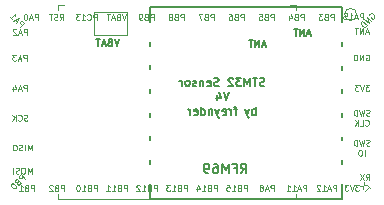
<source format=gbr>
G04 #@! TF.GenerationSoftware,KiCad,Pcbnew,5.0.0-rc2-unknown-a288d61~65~ubuntu18.04.1*
G04 #@! TF.CreationDate,2018-06-25T10:32:51+02:00*
G04 #@! TF.ProjectId,STM32_Sensor_V4,53544D33325F53656E736F725F56342E,rev?*
G04 #@! TF.SameCoordinates,Original*
G04 #@! TF.FileFunction,Legend,Bot*
G04 #@! TF.FilePolarity,Positive*
%FSLAX46Y46*%
G04 Gerber Fmt 4.6, Leading zero omitted, Abs format (unit mm)*
G04 Created by KiCad (PCBNEW 5.0.0-rc2-unknown-a288d61~65~ubuntu18.04.1) date Mon Jun 25 10:32:51 2018*
%MOMM*%
%LPD*%
G01*
G04 APERTURE LIST*
%ADD10C,0.200000*%
%ADD11C,0.150000*%
%ADD12C,0.175000*%
%ADD13C,0.100000*%
%ADD14C,0.203200*%
%ADD15C,0.120000*%
G04 APERTURE END LIST*
D10*
X148888285Y-106533904D02*
X149154952Y-106152952D01*
X149345428Y-106533904D02*
X149345428Y-105733904D01*
X149040666Y-105733904D01*
X148964476Y-105772000D01*
X148926380Y-105810095D01*
X148888285Y-105886285D01*
X148888285Y-106000571D01*
X148926380Y-106076761D01*
X148964476Y-106114857D01*
X149040666Y-106152952D01*
X149345428Y-106152952D01*
X148278761Y-106114857D02*
X148545428Y-106114857D01*
X148545428Y-106533904D02*
X148545428Y-105733904D01*
X148164476Y-105733904D01*
X147859714Y-106533904D02*
X147859714Y-105733904D01*
X147593047Y-106305333D01*
X147326380Y-105733904D01*
X147326380Y-106533904D01*
X146602571Y-105733904D02*
X146754952Y-105733904D01*
X146831142Y-105772000D01*
X146869238Y-105810095D01*
X146945428Y-105924380D01*
X146983523Y-106076761D01*
X146983523Y-106381523D01*
X146945428Y-106457714D01*
X146907333Y-106495809D01*
X146831142Y-106533904D01*
X146678761Y-106533904D01*
X146602571Y-106495809D01*
X146564476Y-106457714D01*
X146526380Y-106381523D01*
X146526380Y-106191047D01*
X146564476Y-106114857D01*
X146602571Y-106076761D01*
X146678761Y-106038666D01*
X146831142Y-106038666D01*
X146907333Y-106076761D01*
X146945428Y-106114857D01*
X146983523Y-106191047D01*
X146145428Y-106533904D02*
X145993047Y-106533904D01*
X145916857Y-106495809D01*
X145878761Y-106457714D01*
X145802571Y-106343428D01*
X145764476Y-106191047D01*
X145764476Y-105886285D01*
X145802571Y-105810095D01*
X145840666Y-105772000D01*
X145916857Y-105733904D01*
X146069238Y-105733904D01*
X146145428Y-105772000D01*
X146183523Y-105810095D01*
X146221619Y-105886285D01*
X146221619Y-106076761D01*
X146183523Y-106152952D01*
X146145428Y-106191047D01*
X146069238Y-106229142D01*
X145916857Y-106229142D01*
X145840666Y-106191047D01*
X145802571Y-106152952D01*
X145764476Y-106076761D01*
D11*
X150985714Y-95680000D02*
X150700000Y-95680000D01*
X151042857Y-95851428D02*
X150842857Y-95251428D01*
X150642857Y-95851428D01*
X150442857Y-95851428D02*
X150442857Y-95251428D01*
X150100000Y-95851428D01*
X150100000Y-95251428D01*
X149900000Y-95251428D02*
X149557142Y-95251428D01*
X149728571Y-95851428D02*
X149728571Y-95251428D01*
D12*
X150886666Y-99134333D02*
X150786666Y-99167666D01*
X150620000Y-99167666D01*
X150553333Y-99134333D01*
X150520000Y-99101000D01*
X150486666Y-99034333D01*
X150486666Y-98967666D01*
X150520000Y-98901000D01*
X150553333Y-98867666D01*
X150620000Y-98834333D01*
X150753333Y-98801000D01*
X150820000Y-98767666D01*
X150853333Y-98734333D01*
X150886666Y-98667666D01*
X150886666Y-98601000D01*
X150853333Y-98534333D01*
X150820000Y-98501000D01*
X150753333Y-98467666D01*
X150586666Y-98467666D01*
X150486666Y-98501000D01*
X150286666Y-98467666D02*
X149886666Y-98467666D01*
X150086666Y-99167666D02*
X150086666Y-98467666D01*
X149653333Y-99167666D02*
X149653333Y-98467666D01*
X149420000Y-98967666D01*
X149186666Y-98467666D01*
X149186666Y-99167666D01*
X148920000Y-98467666D02*
X148486666Y-98467666D01*
X148720000Y-98734333D01*
X148620000Y-98734333D01*
X148553333Y-98767666D01*
X148520000Y-98801000D01*
X148486666Y-98867666D01*
X148486666Y-99034333D01*
X148520000Y-99101000D01*
X148553333Y-99134333D01*
X148620000Y-99167666D01*
X148820000Y-99167666D01*
X148886666Y-99134333D01*
X148920000Y-99101000D01*
X148220000Y-98534333D02*
X148186666Y-98501000D01*
X148120000Y-98467666D01*
X147953333Y-98467666D01*
X147886666Y-98501000D01*
X147853333Y-98534333D01*
X147820000Y-98601000D01*
X147820000Y-98667666D01*
X147853333Y-98767666D01*
X148253333Y-99167666D01*
X147820000Y-99167666D01*
X147020000Y-99134333D02*
X146920000Y-99167666D01*
X146753333Y-99167666D01*
X146686666Y-99134333D01*
X146653333Y-99101000D01*
X146620000Y-99034333D01*
X146620000Y-98967666D01*
X146653333Y-98901000D01*
X146686666Y-98867666D01*
X146753333Y-98834333D01*
X146886666Y-98801000D01*
X146953333Y-98767666D01*
X146986666Y-98734333D01*
X147020000Y-98667666D01*
X147020000Y-98601000D01*
X146986666Y-98534333D01*
X146953333Y-98501000D01*
X146886666Y-98467666D01*
X146720000Y-98467666D01*
X146620000Y-98501000D01*
X146053333Y-99134333D02*
X146120000Y-99167666D01*
X146253333Y-99167666D01*
X146320000Y-99134333D01*
X146353333Y-99067666D01*
X146353333Y-98801000D01*
X146320000Y-98734333D01*
X146253333Y-98701000D01*
X146120000Y-98701000D01*
X146053333Y-98734333D01*
X146020000Y-98801000D01*
X146020000Y-98867666D01*
X146353333Y-98934333D01*
X145720000Y-98701000D02*
X145720000Y-99167666D01*
X145720000Y-98767666D02*
X145686666Y-98734333D01*
X145620000Y-98701000D01*
X145520000Y-98701000D01*
X145453333Y-98734333D01*
X145420000Y-98801000D01*
X145420000Y-99167666D01*
X145120000Y-99134333D02*
X145053333Y-99167666D01*
X144920000Y-99167666D01*
X144853333Y-99134333D01*
X144820000Y-99067666D01*
X144820000Y-99034333D01*
X144853333Y-98967666D01*
X144920000Y-98934333D01*
X145020000Y-98934333D01*
X145086666Y-98901000D01*
X145120000Y-98834333D01*
X145120000Y-98801000D01*
X145086666Y-98734333D01*
X145020000Y-98701000D01*
X144920000Y-98701000D01*
X144853333Y-98734333D01*
X144420000Y-99167666D02*
X144486666Y-99134333D01*
X144520000Y-99101000D01*
X144553333Y-99034333D01*
X144553333Y-98834333D01*
X144520000Y-98767666D01*
X144486666Y-98734333D01*
X144420000Y-98701000D01*
X144320000Y-98701000D01*
X144253333Y-98734333D01*
X144220000Y-98767666D01*
X144186666Y-98834333D01*
X144186666Y-99034333D01*
X144220000Y-99101000D01*
X144253333Y-99134333D01*
X144320000Y-99167666D01*
X144420000Y-99167666D01*
X143886666Y-99167666D02*
X143886666Y-98701000D01*
X143886666Y-98834333D02*
X143853333Y-98767666D01*
X143820000Y-98734333D01*
X143753333Y-98701000D01*
X143686666Y-98701000D01*
X147886666Y-99692666D02*
X147653333Y-100392666D01*
X147420000Y-99692666D01*
X146886666Y-99926000D02*
X146886666Y-100392666D01*
X147053333Y-99659333D02*
X147220000Y-100159333D01*
X146786666Y-100159333D01*
X150136666Y-101617666D02*
X150136666Y-100917666D01*
X150136666Y-101184333D02*
X150070000Y-101151000D01*
X149936666Y-101151000D01*
X149870000Y-101184333D01*
X149836666Y-101217666D01*
X149803333Y-101284333D01*
X149803333Y-101484333D01*
X149836666Y-101551000D01*
X149870000Y-101584333D01*
X149936666Y-101617666D01*
X150070000Y-101617666D01*
X150136666Y-101584333D01*
X149570000Y-101151000D02*
X149403333Y-101617666D01*
X149236666Y-101151000D02*
X149403333Y-101617666D01*
X149470000Y-101784333D01*
X149503333Y-101817666D01*
X149570000Y-101851000D01*
X148536666Y-101151000D02*
X148270000Y-101151000D01*
X148436666Y-101617666D02*
X148436666Y-101017666D01*
X148403333Y-100951000D01*
X148336666Y-100917666D01*
X148270000Y-100917666D01*
X148036666Y-101617666D02*
X148036666Y-101151000D01*
X148036666Y-101284333D02*
X148003333Y-101217666D01*
X147970000Y-101184333D01*
X147903333Y-101151000D01*
X147836666Y-101151000D01*
X147336666Y-101584333D02*
X147403333Y-101617666D01*
X147536666Y-101617666D01*
X147603333Y-101584333D01*
X147636666Y-101517666D01*
X147636666Y-101251000D01*
X147603333Y-101184333D01*
X147536666Y-101151000D01*
X147403333Y-101151000D01*
X147336666Y-101184333D01*
X147303333Y-101251000D01*
X147303333Y-101317666D01*
X147636666Y-101384333D01*
X147070000Y-101151000D02*
X146903333Y-101617666D01*
X146736666Y-101151000D02*
X146903333Y-101617666D01*
X146970000Y-101784333D01*
X147003333Y-101817666D01*
X147070000Y-101851000D01*
X146470000Y-101151000D02*
X146470000Y-101617666D01*
X146470000Y-101217666D02*
X146436666Y-101184333D01*
X146370000Y-101151000D01*
X146270000Y-101151000D01*
X146203333Y-101184333D01*
X146170000Y-101251000D01*
X146170000Y-101617666D01*
X145536666Y-101617666D02*
X145536666Y-100917666D01*
X145536666Y-101584333D02*
X145603333Y-101617666D01*
X145736666Y-101617666D01*
X145803333Y-101584333D01*
X145836666Y-101551000D01*
X145870000Y-101484333D01*
X145870000Y-101284333D01*
X145836666Y-101217666D01*
X145803333Y-101184333D01*
X145736666Y-101151000D01*
X145603333Y-101151000D01*
X145536666Y-101184333D01*
X144936666Y-101584333D02*
X145003333Y-101617666D01*
X145136666Y-101617666D01*
X145203333Y-101584333D01*
X145236666Y-101517666D01*
X145236666Y-101251000D01*
X145203333Y-101184333D01*
X145136666Y-101151000D01*
X145003333Y-101151000D01*
X144936666Y-101184333D01*
X144903333Y-101251000D01*
X144903333Y-101317666D01*
X145236666Y-101384333D01*
X144603333Y-101617666D02*
X144603333Y-101151000D01*
X144603333Y-101284333D02*
X144570000Y-101217666D01*
X144536666Y-101184333D01*
X144470000Y-101151000D01*
X144403333Y-101151000D01*
D11*
X154785714Y-94750000D02*
X154500000Y-94750000D01*
X154842857Y-94921428D02*
X154642857Y-94321428D01*
X154442857Y-94921428D01*
X154242857Y-94921428D02*
X154242857Y-94321428D01*
X153900000Y-94921428D01*
X153900000Y-94321428D01*
X153700000Y-94321428D02*
X153357142Y-94321428D01*
X153528571Y-94921428D02*
X153528571Y-94321428D01*
X138605714Y-95171428D02*
X138405714Y-95771428D01*
X138205714Y-95171428D01*
X137805714Y-95457142D02*
X137720000Y-95485714D01*
X137691428Y-95514285D01*
X137662857Y-95571428D01*
X137662857Y-95657142D01*
X137691428Y-95714285D01*
X137720000Y-95742857D01*
X137777142Y-95771428D01*
X138005714Y-95771428D01*
X138005714Y-95171428D01*
X137805714Y-95171428D01*
X137748571Y-95200000D01*
X137720000Y-95228571D01*
X137691428Y-95285714D01*
X137691428Y-95342857D01*
X137720000Y-95400000D01*
X137748571Y-95428571D01*
X137805714Y-95457142D01*
X138005714Y-95457142D01*
X137434285Y-95600000D02*
X137148571Y-95600000D01*
X137491428Y-95771428D02*
X137291428Y-95171428D01*
X137091428Y-95771428D01*
X136977142Y-95171428D02*
X136634285Y-95171428D01*
X136805714Y-95771428D02*
X136805714Y-95171428D01*
D13*
X159798571Y-104187380D02*
X159727142Y-104211190D01*
X159608095Y-104211190D01*
X159560476Y-104187380D01*
X159536666Y-104163571D01*
X159512857Y-104115952D01*
X159512857Y-104068333D01*
X159536666Y-104020714D01*
X159560476Y-103996904D01*
X159608095Y-103973095D01*
X159703333Y-103949285D01*
X159750952Y-103925476D01*
X159774761Y-103901666D01*
X159798571Y-103854047D01*
X159798571Y-103806428D01*
X159774761Y-103758809D01*
X159750952Y-103735000D01*
X159703333Y-103711190D01*
X159584285Y-103711190D01*
X159512857Y-103735000D01*
X159346190Y-103711190D02*
X159227142Y-104211190D01*
X159131904Y-103854047D01*
X159036666Y-104211190D01*
X158917619Y-103711190D01*
X158727142Y-104211190D02*
X158727142Y-103711190D01*
X158608095Y-103711190D01*
X158536666Y-103735000D01*
X158489047Y-103782619D01*
X158465238Y-103830238D01*
X158441428Y-103925476D01*
X158441428Y-103996904D01*
X158465238Y-104092142D01*
X158489047Y-104139761D01*
X158536666Y-104187380D01*
X158608095Y-104211190D01*
X158727142Y-104211190D01*
X159381904Y-105061190D02*
X159381904Y-104561190D01*
X159048571Y-104561190D02*
X158953333Y-104561190D01*
X158905714Y-104585000D01*
X158858095Y-104632619D01*
X158834285Y-104727857D01*
X158834285Y-104894523D01*
X158858095Y-104989761D01*
X158905714Y-105037380D01*
X158953333Y-105061190D01*
X159048571Y-105061190D01*
X159096190Y-105037380D01*
X159143809Y-104989761D01*
X159167619Y-104894523D01*
X159167619Y-104727857D01*
X159143809Y-104632619D01*
X159096190Y-104585000D01*
X159048571Y-104561190D01*
X141509938Y-93574728D02*
X141509938Y-93074728D01*
X141319462Y-93074728D01*
X141271843Y-93098538D01*
X141248033Y-93122347D01*
X141224224Y-93169966D01*
X141224224Y-93241395D01*
X141248033Y-93289014D01*
X141271843Y-93312823D01*
X141319462Y-93336633D01*
X141509938Y-93336633D01*
X140843271Y-93312823D02*
X140771843Y-93336633D01*
X140748033Y-93360442D01*
X140724224Y-93408061D01*
X140724224Y-93479490D01*
X140748033Y-93527109D01*
X140771843Y-93550918D01*
X140819462Y-93574728D01*
X141009938Y-93574728D01*
X141009938Y-93074728D01*
X140843271Y-93074728D01*
X140795652Y-93098538D01*
X140771843Y-93122347D01*
X140748033Y-93169966D01*
X140748033Y-93217585D01*
X140771843Y-93265204D01*
X140795652Y-93289014D01*
X140843271Y-93312823D01*
X141009938Y-93312823D01*
X140486129Y-93574728D02*
X140390891Y-93574728D01*
X140343271Y-93550918D01*
X140319462Y-93527109D01*
X140271843Y-93455680D01*
X140248033Y-93360442D01*
X140248033Y-93169966D01*
X140271843Y-93122347D01*
X140295652Y-93098538D01*
X140343271Y-93074728D01*
X140438510Y-93074728D01*
X140486129Y-93098538D01*
X140509938Y-93122347D01*
X140533748Y-93169966D01*
X140533748Y-93289014D01*
X140509938Y-93336633D01*
X140486129Y-93360442D01*
X140438510Y-93384252D01*
X140343271Y-93384252D01*
X140295652Y-93360442D01*
X140271843Y-93336633D01*
X140248033Y-93289014D01*
X130823748Y-102082918D02*
X130752319Y-102106728D01*
X130633271Y-102106728D01*
X130585652Y-102082918D01*
X130561843Y-102059109D01*
X130538033Y-102011490D01*
X130538033Y-101963871D01*
X130561843Y-101916252D01*
X130585652Y-101892442D01*
X130633271Y-101868633D01*
X130728510Y-101844823D01*
X130776129Y-101821014D01*
X130799938Y-101797204D01*
X130823748Y-101749585D01*
X130823748Y-101701966D01*
X130799938Y-101654347D01*
X130776129Y-101630538D01*
X130728510Y-101606728D01*
X130609462Y-101606728D01*
X130538033Y-101630538D01*
X130038033Y-102059109D02*
X130061843Y-102082918D01*
X130133271Y-102106728D01*
X130180891Y-102106728D01*
X130252319Y-102082918D01*
X130299938Y-102035299D01*
X130323748Y-101987680D01*
X130347557Y-101892442D01*
X130347557Y-101821014D01*
X130323748Y-101725776D01*
X130299938Y-101678157D01*
X130252319Y-101630538D01*
X130180891Y-101606728D01*
X130133271Y-101606728D01*
X130061843Y-101630538D01*
X130038033Y-101654347D01*
X129823748Y-102106728D02*
X129823748Y-101606728D01*
X129538033Y-102106728D02*
X129752319Y-101821014D01*
X129538033Y-101606728D02*
X129823748Y-101892442D01*
X159732597Y-93143849D02*
X159749433Y-93093341D01*
X159799940Y-93042834D01*
X159867284Y-93009162D01*
X159934627Y-93009162D01*
X159985135Y-93025998D01*
X160069314Y-93076505D01*
X160119822Y-93127013D01*
X160170330Y-93211192D01*
X160187165Y-93261700D01*
X160187165Y-93329043D01*
X160153494Y-93396387D01*
X160119822Y-93430059D01*
X160052478Y-93463730D01*
X160018807Y-93463730D01*
X159900956Y-93345879D01*
X159968299Y-93278536D01*
X159900956Y-93648925D02*
X159547402Y-93295372D01*
X159698925Y-93850956D01*
X159345372Y-93497402D01*
X159530566Y-94019314D02*
X159177013Y-93665761D01*
X159092834Y-93749940D01*
X159059162Y-93817284D01*
X159059162Y-93884627D01*
X159075998Y-93935135D01*
X159126505Y-94019314D01*
X159177013Y-94069822D01*
X159261192Y-94120330D01*
X159311700Y-94137165D01*
X159379043Y-94137165D01*
X159446387Y-94103494D01*
X159530566Y-94019314D01*
X141778033Y-108044728D02*
X141778033Y-107544728D01*
X141587557Y-107544728D01*
X141539938Y-107568538D01*
X141516129Y-107592347D01*
X141492319Y-107639966D01*
X141492319Y-107711395D01*
X141516129Y-107759014D01*
X141539938Y-107782823D01*
X141587557Y-107806633D01*
X141778033Y-107806633D01*
X141111367Y-107782823D02*
X141039938Y-107806633D01*
X141016129Y-107830442D01*
X140992319Y-107878061D01*
X140992319Y-107949490D01*
X141016129Y-107997109D01*
X141039938Y-108020918D01*
X141087557Y-108044728D01*
X141278033Y-108044728D01*
X141278033Y-107544728D01*
X141111367Y-107544728D01*
X141063748Y-107568538D01*
X141039938Y-107592347D01*
X141016129Y-107639966D01*
X141016129Y-107687585D01*
X141039938Y-107735204D01*
X141063748Y-107759014D01*
X141111367Y-107782823D01*
X141278033Y-107782823D01*
X140516129Y-108044728D02*
X140801843Y-108044728D01*
X140658986Y-108044728D02*
X140658986Y-107544728D01*
X140706605Y-107616157D01*
X140754224Y-107663776D01*
X140801843Y-107687585D01*
X140325652Y-107592347D02*
X140301843Y-107568538D01*
X140254224Y-107544728D01*
X140135176Y-107544728D01*
X140087557Y-107568538D01*
X140063748Y-107592347D01*
X140039938Y-107639966D01*
X140039938Y-107687585D01*
X140063748Y-107759014D01*
X140349462Y-108044728D01*
X140039938Y-108044728D01*
X159493333Y-107126190D02*
X159660000Y-106888095D01*
X159779047Y-107126190D02*
X159779047Y-106626190D01*
X159588571Y-106626190D01*
X159540952Y-106650000D01*
X159517142Y-106673809D01*
X159493333Y-106721428D01*
X159493333Y-106792857D01*
X159517142Y-106840476D01*
X159540952Y-106864285D01*
X159588571Y-106888095D01*
X159779047Y-106888095D01*
X159326666Y-106626190D02*
X158993333Y-107126190D01*
X158993333Y-106626190D02*
X159326666Y-107126190D01*
X130764224Y-99562728D02*
X130764224Y-99062728D01*
X130573748Y-99062728D01*
X130526129Y-99086538D01*
X130502319Y-99110347D01*
X130478510Y-99157966D01*
X130478510Y-99229395D01*
X130502319Y-99277014D01*
X130526129Y-99300823D01*
X130573748Y-99324633D01*
X130764224Y-99324633D01*
X130288033Y-99419871D02*
X130049938Y-99419871D01*
X130335652Y-99562728D02*
X130168986Y-99062728D01*
X130002319Y-99562728D01*
X129621367Y-99229395D02*
X129621367Y-99562728D01*
X129740414Y-99038918D02*
X129859462Y-99396061D01*
X129549938Y-99396061D01*
X149129938Y-93574728D02*
X149129938Y-93074728D01*
X148939462Y-93074728D01*
X148891843Y-93098538D01*
X148868033Y-93122347D01*
X148844224Y-93169966D01*
X148844224Y-93241395D01*
X148868033Y-93289014D01*
X148891843Y-93312823D01*
X148939462Y-93336633D01*
X149129938Y-93336633D01*
X148463271Y-93312823D02*
X148391843Y-93336633D01*
X148368033Y-93360442D01*
X148344224Y-93408061D01*
X148344224Y-93479490D01*
X148368033Y-93527109D01*
X148391843Y-93550918D01*
X148439462Y-93574728D01*
X148629938Y-93574728D01*
X148629938Y-93074728D01*
X148463271Y-93074728D01*
X148415652Y-93098538D01*
X148391843Y-93122347D01*
X148368033Y-93169966D01*
X148368033Y-93217585D01*
X148391843Y-93265204D01*
X148415652Y-93289014D01*
X148463271Y-93312823D01*
X148629938Y-93312823D01*
X147915652Y-93074728D02*
X148010891Y-93074728D01*
X148058510Y-93098538D01*
X148082319Y-93122347D01*
X148129938Y-93193776D01*
X148153748Y-93289014D01*
X148153748Y-93479490D01*
X148129938Y-93527109D01*
X148106129Y-93550918D01*
X148058510Y-93574728D01*
X147963271Y-93574728D01*
X147915652Y-93550918D01*
X147891843Y-93527109D01*
X147868033Y-93479490D01*
X147868033Y-93360442D01*
X147891843Y-93312823D01*
X147915652Y-93289014D01*
X147963271Y-93265204D01*
X148058510Y-93265204D01*
X148106129Y-93289014D01*
X148129938Y-93312823D01*
X148153748Y-93360442D01*
X159241428Y-93526190D02*
X159241428Y-93026190D01*
X159050952Y-93026190D01*
X159003333Y-93050000D01*
X158979523Y-93073809D01*
X158955714Y-93121428D01*
X158955714Y-93192857D01*
X158979523Y-93240476D01*
X159003333Y-93264285D01*
X159050952Y-93288095D01*
X159241428Y-93288095D01*
X158765238Y-93383333D02*
X158527142Y-93383333D01*
X158812857Y-93526190D02*
X158646190Y-93026190D01*
X158479523Y-93526190D01*
X158050952Y-93526190D02*
X158336666Y-93526190D01*
X158193809Y-93526190D02*
X158193809Y-93026190D01*
X158241428Y-93097619D01*
X158289047Y-93145238D01*
X158336666Y-93169047D01*
X157598571Y-93026190D02*
X157836666Y-93026190D01*
X157860476Y-93264285D01*
X157836666Y-93240476D01*
X157789047Y-93216666D01*
X157670000Y-93216666D01*
X157622380Y-93240476D01*
X157598571Y-93264285D01*
X157574761Y-93311904D01*
X157574761Y-93430952D01*
X157598571Y-93478571D01*
X157622380Y-93502380D01*
X157670000Y-93526190D01*
X157789047Y-93526190D01*
X157836666Y-93502380D01*
X157860476Y-93478571D01*
X130783333Y-94826190D02*
X130783333Y-94326190D01*
X130592857Y-94326190D01*
X130545238Y-94350000D01*
X130521428Y-94373809D01*
X130497619Y-94421428D01*
X130497619Y-94492857D01*
X130521428Y-94540476D01*
X130545238Y-94564285D01*
X130592857Y-94588095D01*
X130783333Y-94588095D01*
X130307142Y-94683333D02*
X130069047Y-94683333D01*
X130354761Y-94826190D02*
X130188095Y-94326190D01*
X130021428Y-94826190D01*
X129878571Y-94373809D02*
X129854761Y-94350000D01*
X129807142Y-94326190D01*
X129688095Y-94326190D01*
X129640476Y-94350000D01*
X129616666Y-94373809D01*
X129592857Y-94421428D01*
X129592857Y-94469047D01*
X129616666Y-94540476D01*
X129902380Y-94826190D01*
X129592857Y-94826190D01*
X159852986Y-107825761D02*
X159650956Y-107623730D01*
X159398417Y-108078299D02*
X159751971Y-107724746D01*
X159566776Y-107539551D02*
X158977521Y-107657402D01*
X159331074Y-107303849D02*
X159213223Y-107893104D01*
X136668033Y-93574728D02*
X136668033Y-93074728D01*
X136477557Y-93074728D01*
X136429938Y-93098538D01*
X136406129Y-93122347D01*
X136382319Y-93169966D01*
X136382319Y-93241395D01*
X136406129Y-93289014D01*
X136429938Y-93312823D01*
X136477557Y-93336633D01*
X136668033Y-93336633D01*
X135882319Y-93527109D02*
X135906129Y-93550918D01*
X135977557Y-93574728D01*
X136025176Y-93574728D01*
X136096605Y-93550918D01*
X136144224Y-93503299D01*
X136168033Y-93455680D01*
X136191843Y-93360442D01*
X136191843Y-93289014D01*
X136168033Y-93193776D01*
X136144224Y-93146157D01*
X136096605Y-93098538D01*
X136025176Y-93074728D01*
X135977557Y-93074728D01*
X135906129Y-93098538D01*
X135882319Y-93122347D01*
X135406129Y-93574728D02*
X135691843Y-93574728D01*
X135548986Y-93574728D02*
X135548986Y-93074728D01*
X135596605Y-93146157D01*
X135644224Y-93193776D01*
X135691843Y-93217585D01*
X135239462Y-93074728D02*
X134929938Y-93074728D01*
X135096605Y-93265204D01*
X135025176Y-93265204D01*
X134977557Y-93289014D01*
X134953748Y-93312823D01*
X134929938Y-93360442D01*
X134929938Y-93479490D01*
X134953748Y-93527109D01*
X134977557Y-93550918D01*
X135025176Y-93574728D01*
X135168033Y-93574728D01*
X135215652Y-93550918D01*
X135239462Y-93527109D01*
X159769047Y-99074728D02*
X159459523Y-99074728D01*
X159626190Y-99265204D01*
X159554761Y-99265204D01*
X159507142Y-99289014D01*
X159483333Y-99312823D01*
X159459523Y-99360442D01*
X159459523Y-99479490D01*
X159483333Y-99527109D01*
X159507142Y-99550918D01*
X159554761Y-99574728D01*
X159697619Y-99574728D01*
X159745238Y-99550918D01*
X159769047Y-99527109D01*
X159316666Y-99074728D02*
X159150000Y-99574728D01*
X158983333Y-99074728D01*
X158864285Y-99074728D02*
X158554761Y-99074728D01*
X158721428Y-99265204D01*
X158650000Y-99265204D01*
X158602380Y-99289014D01*
X158578571Y-99312823D01*
X158554761Y-99360442D01*
X158554761Y-99479490D01*
X158578571Y-99527109D01*
X158602380Y-99550918D01*
X158650000Y-99574728D01*
X158792857Y-99574728D01*
X158840476Y-99550918D01*
X158864285Y-99527109D01*
X136698033Y-108044728D02*
X136698033Y-107544728D01*
X136507557Y-107544728D01*
X136459938Y-107568538D01*
X136436129Y-107592347D01*
X136412319Y-107639966D01*
X136412319Y-107711395D01*
X136436129Y-107759014D01*
X136459938Y-107782823D01*
X136507557Y-107806633D01*
X136698033Y-107806633D01*
X136031367Y-107782823D02*
X135959938Y-107806633D01*
X135936129Y-107830442D01*
X135912319Y-107878061D01*
X135912319Y-107949490D01*
X135936129Y-107997109D01*
X135959938Y-108020918D01*
X136007557Y-108044728D01*
X136198033Y-108044728D01*
X136198033Y-107544728D01*
X136031367Y-107544728D01*
X135983748Y-107568538D01*
X135959938Y-107592347D01*
X135936129Y-107639966D01*
X135936129Y-107687585D01*
X135959938Y-107735204D01*
X135983748Y-107759014D01*
X136031367Y-107782823D01*
X136198033Y-107782823D01*
X135436129Y-108044728D02*
X135721843Y-108044728D01*
X135578986Y-108044728D02*
X135578986Y-107544728D01*
X135626605Y-107616157D01*
X135674224Y-107663776D01*
X135721843Y-107687585D01*
X135126605Y-107544728D02*
X135078986Y-107544728D01*
X135031367Y-107568538D01*
X135007557Y-107592347D01*
X134983748Y-107639966D01*
X134959938Y-107735204D01*
X134959938Y-107854252D01*
X134983748Y-107949490D01*
X135007557Y-107997109D01*
X135031367Y-108020918D01*
X135078986Y-108044728D01*
X135126605Y-108044728D01*
X135174224Y-108020918D01*
X135198033Y-107997109D01*
X135221843Y-107949490D01*
X135245652Y-107854252D01*
X135245652Y-107735204D01*
X135221843Y-107639966D01*
X135198033Y-107592347D01*
X135174224Y-107568538D01*
X135126605Y-107544728D01*
X139172319Y-93074728D02*
X139005652Y-93574728D01*
X138838986Y-93074728D01*
X138505652Y-93312823D02*
X138434224Y-93336633D01*
X138410414Y-93360442D01*
X138386605Y-93408061D01*
X138386605Y-93479490D01*
X138410414Y-93527109D01*
X138434224Y-93550918D01*
X138481843Y-93574728D01*
X138672319Y-93574728D01*
X138672319Y-93074728D01*
X138505652Y-93074728D01*
X138458033Y-93098538D01*
X138434224Y-93122347D01*
X138410414Y-93169966D01*
X138410414Y-93217585D01*
X138434224Y-93265204D01*
X138458033Y-93289014D01*
X138505652Y-93312823D01*
X138672319Y-93312823D01*
X138196129Y-93431871D02*
X137958033Y-93431871D01*
X138243748Y-93574728D02*
X138077081Y-93074728D01*
X137910414Y-93574728D01*
X137815176Y-93074728D02*
X137529462Y-93074728D01*
X137672319Y-93574728D02*
X137672319Y-93074728D01*
X131703333Y-93566190D02*
X131703333Y-93066190D01*
X131512857Y-93066190D01*
X131465238Y-93090000D01*
X131441428Y-93113809D01*
X131417619Y-93161428D01*
X131417619Y-93232857D01*
X131441428Y-93280476D01*
X131465238Y-93304285D01*
X131512857Y-93328095D01*
X131703333Y-93328095D01*
X131227142Y-93423333D02*
X130989047Y-93423333D01*
X131274761Y-93566190D02*
X131108095Y-93066190D01*
X130941428Y-93566190D01*
X130679523Y-93066190D02*
X130631904Y-93066190D01*
X130584285Y-93090000D01*
X130560476Y-93113809D01*
X130536666Y-93161428D01*
X130512857Y-93256666D01*
X130512857Y-93375714D01*
X130536666Y-93470952D01*
X130560476Y-93518571D01*
X130584285Y-93542380D01*
X130631904Y-93566190D01*
X130679523Y-93566190D01*
X130727142Y-93542380D01*
X130750952Y-93518571D01*
X130774761Y-93470952D01*
X130798571Y-93375714D01*
X130798571Y-93256666D01*
X130774761Y-93161428D01*
X130750952Y-93113809D01*
X130727142Y-93090000D01*
X130679523Y-93066190D01*
X130617673Y-107012208D02*
X130264120Y-106658654D01*
X130129433Y-106793341D01*
X130112597Y-106843849D01*
X130112597Y-106877521D01*
X130129433Y-106928028D01*
X130179940Y-106978536D01*
X130230448Y-106995372D01*
X130264120Y-106995372D01*
X130314627Y-106978536D01*
X130449314Y-106843849D01*
X129961074Y-107298417D02*
X129927402Y-107365761D01*
X129927402Y-107399433D01*
X129944238Y-107449940D01*
X129994746Y-107500448D01*
X130045253Y-107517284D01*
X130078925Y-107517284D01*
X130129433Y-107500448D01*
X130264120Y-107365761D01*
X129910566Y-107012208D01*
X129792715Y-107130059D01*
X129775879Y-107180566D01*
X129775879Y-107214238D01*
X129792715Y-107264746D01*
X129826387Y-107298417D01*
X129876895Y-107315253D01*
X129910566Y-107315253D01*
X129961074Y-107298417D01*
X130078925Y-107180566D01*
X129489669Y-107433104D02*
X129455998Y-107466776D01*
X129439162Y-107517284D01*
X129439162Y-107550956D01*
X129455998Y-107601463D01*
X129506505Y-107685643D01*
X129590685Y-107769822D01*
X129674864Y-107820330D01*
X129725372Y-107837165D01*
X129759043Y-107837165D01*
X129809551Y-107820330D01*
X129843223Y-107786658D01*
X129860059Y-107736150D01*
X129860059Y-107702478D01*
X129843223Y-107651971D01*
X129792715Y-107567791D01*
X129708536Y-107483612D01*
X129624356Y-107433104D01*
X129573849Y-107416269D01*
X129540177Y-107416269D01*
X129489669Y-107433104D01*
X131379938Y-108044728D02*
X131379938Y-107544728D01*
X131189462Y-107544728D01*
X131141843Y-107568538D01*
X131118033Y-107592347D01*
X131094224Y-107639966D01*
X131094224Y-107711395D01*
X131118033Y-107759014D01*
X131141843Y-107782823D01*
X131189462Y-107806633D01*
X131379938Y-107806633D01*
X130713271Y-107782823D02*
X130641843Y-107806633D01*
X130618033Y-107830442D01*
X130594224Y-107878061D01*
X130594224Y-107949490D01*
X130618033Y-107997109D01*
X130641843Y-108020918D01*
X130689462Y-108044728D01*
X130879938Y-108044728D01*
X130879938Y-107544728D01*
X130713271Y-107544728D01*
X130665652Y-107568538D01*
X130641843Y-107592347D01*
X130618033Y-107639966D01*
X130618033Y-107687585D01*
X130641843Y-107735204D01*
X130665652Y-107759014D01*
X130713271Y-107782823D01*
X130879938Y-107782823D01*
X130118033Y-108044728D02*
X130403748Y-108044728D01*
X130260891Y-108044728D02*
X130260891Y-107544728D01*
X130308510Y-107616157D01*
X130356129Y-107663776D01*
X130403748Y-107687585D01*
X156749938Y-93574728D02*
X156749938Y-93074728D01*
X156559462Y-93074728D01*
X156511843Y-93098538D01*
X156488033Y-93122347D01*
X156464224Y-93169966D01*
X156464224Y-93241395D01*
X156488033Y-93289014D01*
X156511843Y-93312823D01*
X156559462Y-93336633D01*
X156749938Y-93336633D01*
X156083271Y-93312823D02*
X156011843Y-93336633D01*
X155988033Y-93360442D01*
X155964224Y-93408061D01*
X155964224Y-93479490D01*
X155988033Y-93527109D01*
X156011843Y-93550918D01*
X156059462Y-93574728D01*
X156249938Y-93574728D01*
X156249938Y-93074728D01*
X156083271Y-93074728D01*
X156035652Y-93098538D01*
X156011843Y-93122347D01*
X155988033Y-93169966D01*
X155988033Y-93217585D01*
X156011843Y-93265204D01*
X156035652Y-93289014D01*
X156083271Y-93312823D01*
X156249938Y-93312823D01*
X155797557Y-93074728D02*
X155488033Y-93074728D01*
X155654700Y-93265204D01*
X155583271Y-93265204D01*
X155535652Y-93289014D01*
X155511843Y-93312823D01*
X155488033Y-93360442D01*
X155488033Y-93479490D01*
X155511843Y-93527109D01*
X155535652Y-93550918D01*
X155583271Y-93574728D01*
X155726129Y-93574728D01*
X155773748Y-93550918D01*
X155797557Y-93527109D01*
X133919938Y-108044728D02*
X133919938Y-107544728D01*
X133729462Y-107544728D01*
X133681843Y-107568538D01*
X133658033Y-107592347D01*
X133634224Y-107639966D01*
X133634224Y-107711395D01*
X133658033Y-107759014D01*
X133681843Y-107782823D01*
X133729462Y-107806633D01*
X133919938Y-107806633D01*
X133253271Y-107782823D02*
X133181843Y-107806633D01*
X133158033Y-107830442D01*
X133134224Y-107878061D01*
X133134224Y-107949490D01*
X133158033Y-107997109D01*
X133181843Y-108020918D01*
X133229462Y-108044728D01*
X133419938Y-108044728D01*
X133419938Y-107544728D01*
X133253271Y-107544728D01*
X133205652Y-107568538D01*
X133181843Y-107592347D01*
X133158033Y-107639966D01*
X133158033Y-107687585D01*
X133181843Y-107735204D01*
X133205652Y-107759014D01*
X133253271Y-107782823D01*
X133419938Y-107782823D01*
X132943748Y-107592347D02*
X132919938Y-107568538D01*
X132872319Y-107544728D01*
X132753271Y-107544728D01*
X132705652Y-107568538D01*
X132681843Y-107592347D01*
X132658033Y-107639966D01*
X132658033Y-107687585D01*
X132681843Y-107759014D01*
X132967557Y-108044728D01*
X132658033Y-108044728D01*
X139238033Y-108044728D02*
X139238033Y-107544728D01*
X139047557Y-107544728D01*
X138999938Y-107568538D01*
X138976129Y-107592347D01*
X138952319Y-107639966D01*
X138952319Y-107711395D01*
X138976129Y-107759014D01*
X138999938Y-107782823D01*
X139047557Y-107806633D01*
X139238033Y-107806633D01*
X138571367Y-107782823D02*
X138499938Y-107806633D01*
X138476129Y-107830442D01*
X138452319Y-107878061D01*
X138452319Y-107949490D01*
X138476129Y-107997109D01*
X138499938Y-108020918D01*
X138547557Y-108044728D01*
X138738033Y-108044728D01*
X138738033Y-107544728D01*
X138571367Y-107544728D01*
X138523748Y-107568538D01*
X138499938Y-107592347D01*
X138476129Y-107639966D01*
X138476129Y-107687585D01*
X138499938Y-107735204D01*
X138523748Y-107759014D01*
X138571367Y-107782823D01*
X138738033Y-107782823D01*
X137976129Y-108044728D02*
X138261843Y-108044728D01*
X138118986Y-108044728D02*
X138118986Y-107544728D01*
X138166605Y-107616157D01*
X138214224Y-107663776D01*
X138261843Y-107687585D01*
X137499938Y-108044728D02*
X137785652Y-108044728D01*
X137642795Y-108044728D02*
X137642795Y-107544728D01*
X137690414Y-107616157D01*
X137738033Y-107663776D01*
X137785652Y-107687585D01*
X146858033Y-108044728D02*
X146858033Y-107544728D01*
X146667557Y-107544728D01*
X146619938Y-107568538D01*
X146596129Y-107592347D01*
X146572319Y-107639966D01*
X146572319Y-107711395D01*
X146596129Y-107759014D01*
X146619938Y-107782823D01*
X146667557Y-107806633D01*
X146858033Y-107806633D01*
X146191367Y-107782823D02*
X146119938Y-107806633D01*
X146096129Y-107830442D01*
X146072319Y-107878061D01*
X146072319Y-107949490D01*
X146096129Y-107997109D01*
X146119938Y-108020918D01*
X146167557Y-108044728D01*
X146358033Y-108044728D01*
X146358033Y-107544728D01*
X146191367Y-107544728D01*
X146143748Y-107568538D01*
X146119938Y-107592347D01*
X146096129Y-107639966D01*
X146096129Y-107687585D01*
X146119938Y-107735204D01*
X146143748Y-107759014D01*
X146191367Y-107782823D01*
X146358033Y-107782823D01*
X145596129Y-108044728D02*
X145881843Y-108044728D01*
X145738986Y-108044728D02*
X145738986Y-107544728D01*
X145786605Y-107616157D01*
X145834224Y-107663776D01*
X145881843Y-107687585D01*
X145167557Y-107711395D02*
X145167557Y-108044728D01*
X145286605Y-107520918D02*
X145405652Y-107878061D01*
X145096129Y-107878061D01*
X158879047Y-107536190D02*
X158569523Y-107536190D01*
X158736190Y-107726666D01*
X158664761Y-107726666D01*
X158617142Y-107750476D01*
X158593333Y-107774285D01*
X158569523Y-107821904D01*
X158569523Y-107940952D01*
X158593333Y-107988571D01*
X158617142Y-108012380D01*
X158664761Y-108036190D01*
X158807619Y-108036190D01*
X158855238Y-108012380D01*
X158879047Y-107988571D01*
X158426666Y-107536190D02*
X158260000Y-108036190D01*
X158093333Y-107536190D01*
X157974285Y-107536190D02*
X157664761Y-107536190D01*
X157831428Y-107726666D01*
X157760000Y-107726666D01*
X157712380Y-107750476D01*
X157688571Y-107774285D01*
X157664761Y-107821904D01*
X157664761Y-107940952D01*
X157688571Y-107988571D01*
X157712380Y-108012380D01*
X157760000Y-108036190D01*
X157902857Y-108036190D01*
X157950476Y-108012380D01*
X157974285Y-107988571D01*
X149398033Y-108044728D02*
X149398033Y-107544728D01*
X149207557Y-107544728D01*
X149159938Y-107568538D01*
X149136129Y-107592347D01*
X149112319Y-107639966D01*
X149112319Y-107711395D01*
X149136129Y-107759014D01*
X149159938Y-107782823D01*
X149207557Y-107806633D01*
X149398033Y-107806633D01*
X148731367Y-107782823D02*
X148659938Y-107806633D01*
X148636129Y-107830442D01*
X148612319Y-107878061D01*
X148612319Y-107949490D01*
X148636129Y-107997109D01*
X148659938Y-108020918D01*
X148707557Y-108044728D01*
X148898033Y-108044728D01*
X148898033Y-107544728D01*
X148731367Y-107544728D01*
X148683748Y-107568538D01*
X148659938Y-107592347D01*
X148636129Y-107639966D01*
X148636129Y-107687585D01*
X148659938Y-107735204D01*
X148683748Y-107759014D01*
X148731367Y-107782823D01*
X148898033Y-107782823D01*
X148136129Y-108044728D02*
X148421843Y-108044728D01*
X148278986Y-108044728D02*
X148278986Y-107544728D01*
X148326605Y-107616157D01*
X148374224Y-107663776D01*
X148421843Y-107687585D01*
X147683748Y-107544728D02*
X147921843Y-107544728D01*
X147945652Y-107782823D01*
X147921843Y-107759014D01*
X147874224Y-107735204D01*
X147755176Y-107735204D01*
X147707557Y-107759014D01*
X147683748Y-107782823D01*
X147659938Y-107830442D01*
X147659938Y-107949490D01*
X147683748Y-107997109D01*
X147707557Y-108020918D01*
X147755176Y-108044728D01*
X147874224Y-108044728D01*
X147921843Y-108020918D01*
X147945652Y-107997109D01*
X156982319Y-108044728D02*
X156982319Y-107544728D01*
X156791843Y-107544728D01*
X156744224Y-107568538D01*
X156720414Y-107592347D01*
X156696605Y-107639966D01*
X156696605Y-107711395D01*
X156720414Y-107759014D01*
X156744224Y-107782823D01*
X156791843Y-107806633D01*
X156982319Y-107806633D01*
X156506129Y-107901871D02*
X156268033Y-107901871D01*
X156553748Y-108044728D02*
X156387081Y-107544728D01*
X156220414Y-108044728D01*
X155791843Y-108044728D02*
X156077557Y-108044728D01*
X155934700Y-108044728D02*
X155934700Y-107544728D01*
X155982319Y-107616157D01*
X156029938Y-107663776D01*
X156077557Y-107687585D01*
X155601367Y-107592347D02*
X155577557Y-107568538D01*
X155529938Y-107544728D01*
X155410891Y-107544728D01*
X155363271Y-107568538D01*
X155339462Y-107592347D01*
X155315652Y-107639966D01*
X155315652Y-107687585D01*
X155339462Y-107759014D01*
X155625176Y-108044728D01*
X155315652Y-108044728D01*
X146589938Y-93574728D02*
X146589938Y-93074728D01*
X146399462Y-93074728D01*
X146351843Y-93098538D01*
X146328033Y-93122347D01*
X146304224Y-93169966D01*
X146304224Y-93241395D01*
X146328033Y-93289014D01*
X146351843Y-93312823D01*
X146399462Y-93336633D01*
X146589938Y-93336633D01*
X145923271Y-93312823D02*
X145851843Y-93336633D01*
X145828033Y-93360442D01*
X145804224Y-93408061D01*
X145804224Y-93479490D01*
X145828033Y-93527109D01*
X145851843Y-93550918D01*
X145899462Y-93574728D01*
X146089938Y-93574728D01*
X146089938Y-93074728D01*
X145923271Y-93074728D01*
X145875652Y-93098538D01*
X145851843Y-93122347D01*
X145828033Y-93169966D01*
X145828033Y-93217585D01*
X145851843Y-93265204D01*
X145875652Y-93289014D01*
X145923271Y-93312823D01*
X146089938Y-93312823D01*
X145637557Y-93074728D02*
X145304224Y-93074728D01*
X145518510Y-93574728D01*
X133544700Y-93574728D02*
X133711367Y-93336633D01*
X133830414Y-93574728D02*
X133830414Y-93074728D01*
X133639938Y-93074728D01*
X133592319Y-93098538D01*
X133568510Y-93122347D01*
X133544700Y-93169966D01*
X133544700Y-93241395D01*
X133568510Y-93289014D01*
X133592319Y-93312823D01*
X133639938Y-93336633D01*
X133830414Y-93336633D01*
X133354224Y-93550918D02*
X133282795Y-93574728D01*
X133163748Y-93574728D01*
X133116129Y-93550918D01*
X133092319Y-93527109D01*
X133068510Y-93479490D01*
X133068510Y-93431871D01*
X133092319Y-93384252D01*
X133116129Y-93360442D01*
X133163748Y-93336633D01*
X133258986Y-93312823D01*
X133306605Y-93289014D01*
X133330414Y-93265204D01*
X133354224Y-93217585D01*
X133354224Y-93169966D01*
X133330414Y-93122347D01*
X133306605Y-93098538D01*
X133258986Y-93074728D01*
X133139938Y-93074728D01*
X133068510Y-93098538D01*
X132925652Y-93074728D02*
X132639938Y-93074728D01*
X132782795Y-93574728D02*
X132782795Y-93074728D01*
X159798571Y-101657380D02*
X159727142Y-101681190D01*
X159608095Y-101681190D01*
X159560476Y-101657380D01*
X159536666Y-101633571D01*
X159512857Y-101585952D01*
X159512857Y-101538333D01*
X159536666Y-101490714D01*
X159560476Y-101466904D01*
X159608095Y-101443095D01*
X159703333Y-101419285D01*
X159750952Y-101395476D01*
X159774761Y-101371666D01*
X159798571Y-101324047D01*
X159798571Y-101276428D01*
X159774761Y-101228809D01*
X159750952Y-101205000D01*
X159703333Y-101181190D01*
X159584285Y-101181190D01*
X159512857Y-101205000D01*
X159346190Y-101181190D02*
X159227142Y-101681190D01*
X159131904Y-101324047D01*
X159036666Y-101681190D01*
X158917619Y-101181190D01*
X158727142Y-101681190D02*
X158727142Y-101181190D01*
X158608095Y-101181190D01*
X158536666Y-101205000D01*
X158489047Y-101252619D01*
X158465238Y-101300238D01*
X158441428Y-101395476D01*
X158441428Y-101466904D01*
X158465238Y-101562142D01*
X158489047Y-101609761D01*
X158536666Y-101657380D01*
X158608095Y-101681190D01*
X158727142Y-101681190D01*
X159417619Y-102483571D02*
X159441428Y-102507380D01*
X159512857Y-102531190D01*
X159560476Y-102531190D01*
X159631904Y-102507380D01*
X159679523Y-102459761D01*
X159703333Y-102412142D01*
X159727142Y-102316904D01*
X159727142Y-102245476D01*
X159703333Y-102150238D01*
X159679523Y-102102619D01*
X159631904Y-102055000D01*
X159560476Y-102031190D01*
X159512857Y-102031190D01*
X159441428Y-102055000D01*
X159417619Y-102078809D01*
X158965238Y-102531190D02*
X159203333Y-102531190D01*
X159203333Y-102031190D01*
X158798571Y-102531190D02*
X158798571Y-102031190D01*
X158512857Y-102531190D02*
X158727142Y-102245476D01*
X158512857Y-102031190D02*
X158798571Y-102316904D01*
X130744224Y-97008728D02*
X130744224Y-96508728D01*
X130553748Y-96508728D01*
X130506129Y-96532538D01*
X130482319Y-96556347D01*
X130458510Y-96603966D01*
X130458510Y-96675395D01*
X130482319Y-96723014D01*
X130506129Y-96746823D01*
X130553748Y-96770633D01*
X130744224Y-96770633D01*
X130268033Y-96865871D02*
X130029938Y-96865871D01*
X130315652Y-97008728D02*
X130148986Y-96508728D01*
X129982319Y-97008728D01*
X129863271Y-96508728D02*
X129553748Y-96508728D01*
X129720414Y-96699204D01*
X129648986Y-96699204D01*
X129601367Y-96723014D01*
X129577557Y-96746823D01*
X129553748Y-96794442D01*
X129553748Y-96913490D01*
X129577557Y-96961109D01*
X129601367Y-96984918D01*
X129648986Y-97008728D01*
X129791843Y-97008728D01*
X129839462Y-96984918D01*
X129863271Y-96961109D01*
X154209938Y-93574728D02*
X154209938Y-93074728D01*
X154019462Y-93074728D01*
X153971843Y-93098538D01*
X153948033Y-93122347D01*
X153924224Y-93169966D01*
X153924224Y-93241395D01*
X153948033Y-93289014D01*
X153971843Y-93312823D01*
X154019462Y-93336633D01*
X154209938Y-93336633D01*
X153543271Y-93312823D02*
X153471843Y-93336633D01*
X153448033Y-93360442D01*
X153424224Y-93408061D01*
X153424224Y-93479490D01*
X153448033Y-93527109D01*
X153471843Y-93550918D01*
X153519462Y-93574728D01*
X153709938Y-93574728D01*
X153709938Y-93074728D01*
X153543271Y-93074728D01*
X153495652Y-93098538D01*
X153471843Y-93122347D01*
X153448033Y-93169966D01*
X153448033Y-93217585D01*
X153471843Y-93265204D01*
X153495652Y-93289014D01*
X153543271Y-93312823D01*
X153709938Y-93312823D01*
X152995652Y-93241395D02*
X152995652Y-93574728D01*
X153114700Y-93050918D02*
X153233748Y-93408061D01*
X152924224Y-93408061D01*
X130162538Y-94162419D02*
X130516091Y-93808866D01*
X130381404Y-93674179D01*
X130330896Y-93657343D01*
X130297225Y-93657343D01*
X130246717Y-93674179D01*
X130196209Y-93724687D01*
X130179374Y-93775194D01*
X130179374Y-93808866D01*
X130196209Y-93859374D01*
X130330896Y-93994061D01*
X129926835Y-93724687D02*
X129758477Y-93556328D01*
X129859492Y-93859374D02*
X130095194Y-93387969D01*
X129623790Y-93623671D01*
X129320744Y-93320625D02*
X129522774Y-93522656D01*
X129421759Y-93421641D02*
X129775312Y-93068087D01*
X129758477Y-93152267D01*
X129758477Y-93219610D01*
X129775312Y-93270118D01*
X159480952Y-96530000D02*
X159528571Y-96506190D01*
X159600000Y-96506190D01*
X159671428Y-96530000D01*
X159719047Y-96577619D01*
X159742857Y-96625238D01*
X159766666Y-96720476D01*
X159766666Y-96791904D01*
X159742857Y-96887142D01*
X159719047Y-96934761D01*
X159671428Y-96982380D01*
X159600000Y-97006190D01*
X159552380Y-97006190D01*
X159480952Y-96982380D01*
X159457142Y-96958571D01*
X159457142Y-96791904D01*
X159552380Y-96791904D01*
X159242857Y-97006190D02*
X159242857Y-96506190D01*
X158957142Y-97006190D01*
X158957142Y-96506190D01*
X158719047Y-97006190D02*
X158719047Y-96506190D01*
X158600000Y-96506190D01*
X158528571Y-96530000D01*
X158480952Y-96577619D01*
X158457142Y-96625238D01*
X158433333Y-96720476D01*
X158433333Y-96791904D01*
X158457142Y-96887142D01*
X158480952Y-96934761D01*
X158528571Y-96982380D01*
X158600000Y-97006190D01*
X158719047Y-97006190D01*
X144049938Y-93574728D02*
X144049938Y-93074728D01*
X143859462Y-93074728D01*
X143811843Y-93098538D01*
X143788033Y-93122347D01*
X143764224Y-93169966D01*
X143764224Y-93241395D01*
X143788033Y-93289014D01*
X143811843Y-93312823D01*
X143859462Y-93336633D01*
X144049938Y-93336633D01*
X143383271Y-93312823D02*
X143311843Y-93336633D01*
X143288033Y-93360442D01*
X143264224Y-93408061D01*
X143264224Y-93479490D01*
X143288033Y-93527109D01*
X143311843Y-93550918D01*
X143359462Y-93574728D01*
X143549938Y-93574728D01*
X143549938Y-93074728D01*
X143383271Y-93074728D01*
X143335652Y-93098538D01*
X143311843Y-93122347D01*
X143288033Y-93169966D01*
X143288033Y-93217585D01*
X143311843Y-93265204D01*
X143335652Y-93289014D01*
X143383271Y-93312823D01*
X143549938Y-93312823D01*
X142978510Y-93289014D02*
X143026129Y-93265204D01*
X143049938Y-93241395D01*
X143073748Y-93193776D01*
X143073748Y-93169966D01*
X143049938Y-93122347D01*
X143026129Y-93098538D01*
X142978510Y-93074728D01*
X142883271Y-93074728D01*
X142835652Y-93098538D01*
X142811843Y-93122347D01*
X142788033Y-93169966D01*
X142788033Y-93193776D01*
X142811843Y-93241395D01*
X142835652Y-93265204D01*
X142883271Y-93289014D01*
X142978510Y-93289014D01*
X143026129Y-93312823D01*
X143049938Y-93336633D01*
X143073748Y-93384252D01*
X143073748Y-93479490D01*
X143049938Y-93527109D01*
X143026129Y-93550918D01*
X142978510Y-93574728D01*
X142883271Y-93574728D01*
X142835652Y-93550918D01*
X142811843Y-93527109D01*
X142788033Y-93479490D01*
X142788033Y-93384252D01*
X142811843Y-93336633D01*
X142835652Y-93312823D01*
X142883271Y-93289014D01*
X144318033Y-108044728D02*
X144318033Y-107544728D01*
X144127557Y-107544728D01*
X144079938Y-107568538D01*
X144056129Y-107592347D01*
X144032319Y-107639966D01*
X144032319Y-107711395D01*
X144056129Y-107759014D01*
X144079938Y-107782823D01*
X144127557Y-107806633D01*
X144318033Y-107806633D01*
X143651367Y-107782823D02*
X143579938Y-107806633D01*
X143556129Y-107830442D01*
X143532319Y-107878061D01*
X143532319Y-107949490D01*
X143556129Y-107997109D01*
X143579938Y-108020918D01*
X143627557Y-108044728D01*
X143818033Y-108044728D01*
X143818033Y-107544728D01*
X143651367Y-107544728D01*
X143603748Y-107568538D01*
X143579938Y-107592347D01*
X143556129Y-107639966D01*
X143556129Y-107687585D01*
X143579938Y-107735204D01*
X143603748Y-107759014D01*
X143651367Y-107782823D01*
X143818033Y-107782823D01*
X143056129Y-108044728D02*
X143341843Y-108044728D01*
X143198986Y-108044728D02*
X143198986Y-107544728D01*
X143246605Y-107616157D01*
X143294224Y-107663776D01*
X143341843Y-107687585D01*
X142889462Y-107544728D02*
X142579938Y-107544728D01*
X142746605Y-107735204D01*
X142675176Y-107735204D01*
X142627557Y-107759014D01*
X142603748Y-107782823D01*
X142579938Y-107830442D01*
X142579938Y-107949490D01*
X142603748Y-107997109D01*
X142627557Y-108020918D01*
X142675176Y-108044728D01*
X142818033Y-108044728D01*
X142865652Y-108020918D01*
X142889462Y-107997109D01*
X131165714Y-106576190D02*
X131165714Y-106076190D01*
X130999047Y-106433333D01*
X130832380Y-106076190D01*
X130832380Y-106576190D01*
X130499047Y-106076190D02*
X130403809Y-106076190D01*
X130356190Y-106100000D01*
X130308571Y-106147619D01*
X130284761Y-106242857D01*
X130284761Y-106409523D01*
X130308571Y-106504761D01*
X130356190Y-106552380D01*
X130403809Y-106576190D01*
X130499047Y-106576190D01*
X130546666Y-106552380D01*
X130594285Y-106504761D01*
X130618095Y-106409523D01*
X130618095Y-106242857D01*
X130594285Y-106147619D01*
X130546666Y-106100000D01*
X130499047Y-106076190D01*
X130094285Y-106552380D02*
X130022857Y-106576190D01*
X129903809Y-106576190D01*
X129856190Y-106552380D01*
X129832380Y-106528571D01*
X129808571Y-106480952D01*
X129808571Y-106433333D01*
X129832380Y-106385714D01*
X129856190Y-106361904D01*
X129903809Y-106338095D01*
X129999047Y-106314285D01*
X130046666Y-106290476D01*
X130070476Y-106266666D01*
X130094285Y-106219047D01*
X130094285Y-106171428D01*
X130070476Y-106123809D01*
X130046666Y-106100000D01*
X129999047Y-106076190D01*
X129880000Y-106076190D01*
X129808571Y-106100000D01*
X129594285Y-106576190D02*
X129594285Y-106076190D01*
X159721428Y-94623333D02*
X159483333Y-94623333D01*
X159769047Y-94766190D02*
X159602380Y-94266190D01*
X159435714Y-94766190D01*
X159269047Y-94766190D02*
X159269047Y-94266190D01*
X158983333Y-94766190D01*
X158983333Y-94266190D01*
X158816666Y-94266190D02*
X158530952Y-94266190D01*
X158673809Y-94766190D02*
X158673809Y-94266190D01*
X131175714Y-104626190D02*
X131175714Y-104126190D01*
X131009047Y-104483333D01*
X130842380Y-104126190D01*
X130842380Y-104626190D01*
X130604285Y-104626190D02*
X130604285Y-104126190D01*
X130390000Y-104602380D02*
X130318571Y-104626190D01*
X130199523Y-104626190D01*
X130151904Y-104602380D01*
X130128095Y-104578571D01*
X130104285Y-104530952D01*
X130104285Y-104483333D01*
X130128095Y-104435714D01*
X130151904Y-104411904D01*
X130199523Y-104388095D01*
X130294761Y-104364285D01*
X130342380Y-104340476D01*
X130366190Y-104316666D01*
X130390000Y-104269047D01*
X130390000Y-104221428D01*
X130366190Y-104173809D01*
X130342380Y-104150000D01*
X130294761Y-104126190D01*
X130175714Y-104126190D01*
X130104285Y-104150000D01*
X129794761Y-104126190D02*
X129699523Y-104126190D01*
X129651904Y-104150000D01*
X129604285Y-104197619D01*
X129580476Y-104292857D01*
X129580476Y-104459523D01*
X129604285Y-104554761D01*
X129651904Y-104602380D01*
X129699523Y-104626190D01*
X129794761Y-104626190D01*
X129842380Y-104602380D01*
X129890000Y-104554761D01*
X129913809Y-104459523D01*
X129913809Y-104292857D01*
X129890000Y-104197619D01*
X129842380Y-104150000D01*
X129794761Y-104126190D01*
X151669938Y-93574728D02*
X151669938Y-93074728D01*
X151479462Y-93074728D01*
X151431843Y-93098538D01*
X151408033Y-93122347D01*
X151384224Y-93169966D01*
X151384224Y-93241395D01*
X151408033Y-93289014D01*
X151431843Y-93312823D01*
X151479462Y-93336633D01*
X151669938Y-93336633D01*
X151003271Y-93312823D02*
X150931843Y-93336633D01*
X150908033Y-93360442D01*
X150884224Y-93408061D01*
X150884224Y-93479490D01*
X150908033Y-93527109D01*
X150931843Y-93550918D01*
X150979462Y-93574728D01*
X151169938Y-93574728D01*
X151169938Y-93074728D01*
X151003271Y-93074728D01*
X150955652Y-93098538D01*
X150931843Y-93122347D01*
X150908033Y-93169966D01*
X150908033Y-93217585D01*
X150931843Y-93265204D01*
X150955652Y-93289014D01*
X151003271Y-93312823D01*
X151169938Y-93312823D01*
X150431843Y-93074728D02*
X150669938Y-93074728D01*
X150693748Y-93312823D01*
X150669938Y-93289014D01*
X150622319Y-93265204D01*
X150503271Y-93265204D01*
X150455652Y-93289014D01*
X150431843Y-93312823D01*
X150408033Y-93360442D01*
X150408033Y-93479490D01*
X150431843Y-93527109D01*
X150455652Y-93550918D01*
X150503271Y-93574728D01*
X150622319Y-93574728D01*
X150669938Y-93550918D01*
X150693748Y-93527109D01*
X151664224Y-108044728D02*
X151664224Y-107544728D01*
X151473748Y-107544728D01*
X151426129Y-107568538D01*
X151402319Y-107592347D01*
X151378510Y-107639966D01*
X151378510Y-107711395D01*
X151402319Y-107759014D01*
X151426129Y-107782823D01*
X151473748Y-107806633D01*
X151664224Y-107806633D01*
X151188033Y-107901871D02*
X150949938Y-107901871D01*
X151235652Y-108044728D02*
X151068986Y-107544728D01*
X150902319Y-108044728D01*
X150664224Y-107759014D02*
X150711843Y-107735204D01*
X150735652Y-107711395D01*
X150759462Y-107663776D01*
X150759462Y-107639966D01*
X150735652Y-107592347D01*
X150711843Y-107568538D01*
X150664224Y-107544728D01*
X150568986Y-107544728D01*
X150521367Y-107568538D01*
X150497557Y-107592347D01*
X150473748Y-107639966D01*
X150473748Y-107663776D01*
X150497557Y-107711395D01*
X150521367Y-107735204D01*
X150568986Y-107759014D01*
X150664224Y-107759014D01*
X150711843Y-107782823D01*
X150735652Y-107806633D01*
X150759462Y-107854252D01*
X150759462Y-107949490D01*
X150735652Y-107997109D01*
X150711843Y-108020918D01*
X150664224Y-108044728D01*
X150568986Y-108044728D01*
X150521367Y-108020918D01*
X150497557Y-107997109D01*
X150473748Y-107949490D01*
X150473748Y-107854252D01*
X150497557Y-107806633D01*
X150521367Y-107782823D01*
X150568986Y-107759014D01*
X154442319Y-108044728D02*
X154442319Y-107544728D01*
X154251843Y-107544728D01*
X154204224Y-107568538D01*
X154180414Y-107592347D01*
X154156605Y-107639966D01*
X154156605Y-107711395D01*
X154180414Y-107759014D01*
X154204224Y-107782823D01*
X154251843Y-107806633D01*
X154442319Y-107806633D01*
X153966129Y-107901871D02*
X153728033Y-107901871D01*
X154013748Y-108044728D02*
X153847081Y-107544728D01*
X153680414Y-108044728D01*
X153251843Y-108044728D02*
X153537557Y-108044728D01*
X153394700Y-108044728D02*
X153394700Y-107544728D01*
X153442319Y-107616157D01*
X153489938Y-107663776D01*
X153537557Y-107687585D01*
X152775652Y-108044728D02*
X153061367Y-108044728D01*
X152918510Y-108044728D02*
X152918510Y-107544728D01*
X152966129Y-107616157D01*
X153013748Y-107663776D01*
X153061367Y-107687585D01*
D14*
G04 #@! TO.C,U2*
X157425460Y-92474540D02*
X141174540Y-92474540D01*
X141174540Y-108725460D02*
X157425460Y-108725460D01*
X157425460Y-93742000D02*
X157425460Y-92474540D01*
X157425460Y-108725460D02*
X157425460Y-107458000D01*
X141174540Y-107458000D02*
X141174540Y-108725460D01*
X157425460Y-95774000D02*
X157425460Y-95443800D01*
X141174540Y-92474540D02*
X141174540Y-93742000D01*
X157425460Y-97775520D02*
X157425460Y-97445320D01*
X157425460Y-99774500D02*
X157425460Y-99444300D01*
X157425460Y-101773480D02*
X157425460Y-101443280D01*
X157425460Y-103772460D02*
X157425460Y-103442260D01*
X157425460Y-105773980D02*
X157425460Y-105443780D01*
X141174540Y-105426000D02*
X141174540Y-105756200D01*
X141174540Y-103424480D02*
X141174540Y-103754680D01*
X141174540Y-101425500D02*
X141174540Y-101755700D01*
X141174540Y-99426520D02*
X141174540Y-99756720D01*
X141174540Y-97427540D02*
X141174540Y-97757740D01*
X141174540Y-95426020D02*
X141174540Y-95756220D01*
D13*
X158695460Y-93109540D02*
G75*
G03X158695460Y-93109540I-508000J0D01*
G01*
G04 #@! TO.C,U3*
X133440000Y-108740000D02*
X143440000Y-108740000D01*
X133440000Y-92340000D02*
X133940000Y-92340000D01*
X133440000Y-92740000D02*
X133440000Y-92340000D01*
X153040000Y-92340000D02*
X153540000Y-92340000D01*
X153540000Y-92740000D02*
X153540000Y-92340000D01*
X153040000Y-108740000D02*
X153540000Y-108740000D01*
X153540000Y-108740000D02*
X153540000Y-108340000D01*
X133440000Y-108740000D02*
X133440000Y-108340000D01*
D15*
G04 #@! TO.C,JP1*
X136420000Y-92870000D02*
X136420000Y-94870000D01*
X139220000Y-92870000D02*
X136420000Y-92870000D01*
X139220000Y-94870000D02*
X139220000Y-92870000D01*
X136420000Y-94870000D02*
X139220000Y-94870000D01*
G04 #@! TD*
M02*

</source>
